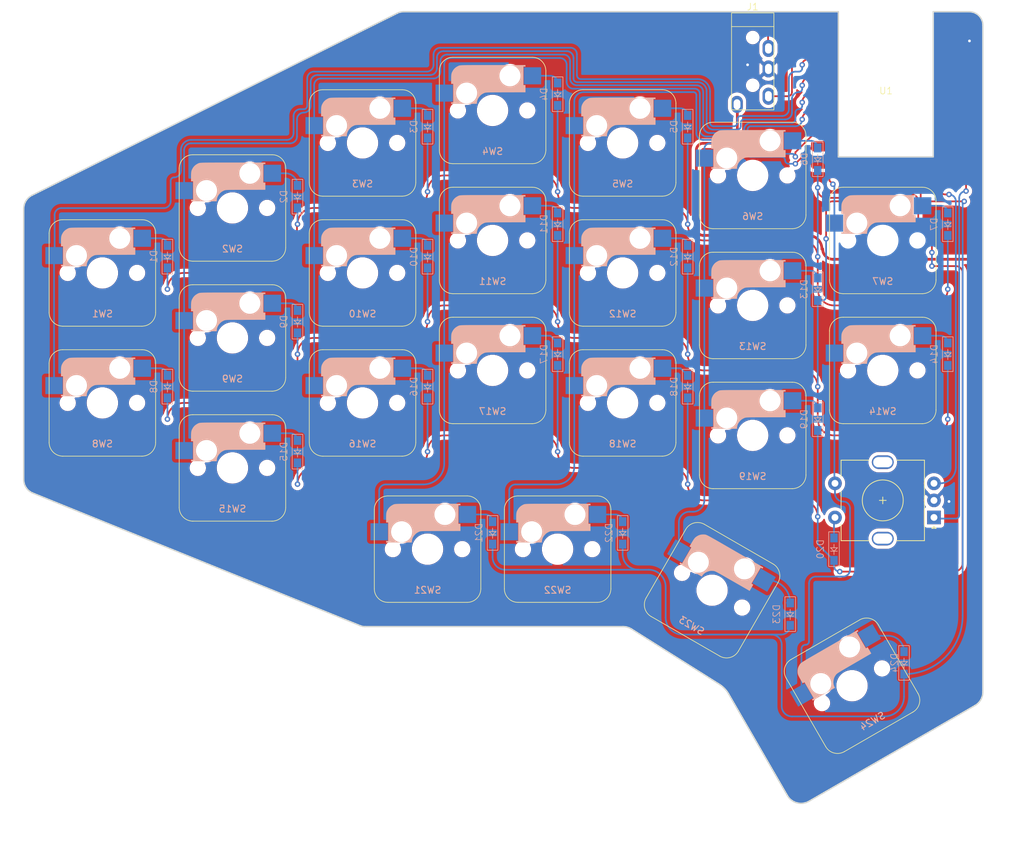
<source format=kicad_pcb>
(kicad_pcb (version 20221018) (generator pcbnew)
  (layers (0 "F.Cu" signal) (31 "B.Cu" signal) (34 "B.Paste" user) (35 "F.Paste" user) (36 "B.SilkS" user "B.Silkscreen") (37 "F.SilkS" user "F.Silkscreen") (38 "B.Mask" user) (39 "F.Mask" user) (44 "Edge.Cuts" user))
  (net 0 "")
  (net 1 "row0")
  (net 2 "Net-(D1-A)")
  (net 3 "row1")
  (net 4 "Net-(D2-A)")
  (net 5 "Net-(D3-A)")
  (net 6 "Net-(D4-A)")
  (net 7 "row2")
  (net 8 "Net-(D5-A)")
  (net 9 "Net-(D6-A)")
  (net 10 "Net-(D7-A)")
  (net 11 "Net-(D8-A)")
  (net 12 "Net-(D9-A)")
  (net 13 "Net-(D10-A)")
  (net 14 "Net-(D11-A)")
  (net 15 "Net-(D12-A)")
  (net 16 "Net-(D13-A)")
  (net 17 "Net-(D14-A)")
  (net 18 "row3")
  (net 19 "Net-(D15-A)")
  (net 20 "Net-(D16-A)")
  (net 21 "Net-(D17-A)")
  (net 22 "Net-(D18-A)")
  (net 23 "Net-(D19-A)")
  (net 24 "Net-(D20-A)")
  (net 25 "Net-(D21-A)")
  (net 26 "Net-(D22-A)")
  (net 27 "Net-(D23-A)")
  (net 28 "col0")
  (net 29 "col1")
  (net 30 "col2")
  (net 31 "col3")
  (net 32 "col4")
  (net 33 "col5")
  (net 34 "col6")
  (net 35 "enc_b")
  (net 36 "enc_a")
  (net 37 "GND")
  (net 38 "rx")
  (net 39 "tx")
  (net 46 "VCC")
  (net 47 "Net-(D24-A)")
  (footprint "kamo3:SW_CherryMX_Hotswap_1.00u" (layer "F.Cu") (at 111.855 79.81735)
    (fp_text reference "SW18")
    (fp_text value "SW_Push" hide)
  )
  (footprint "kamo3:RP2040-ZERO_SMD" (layer "F.Cu") (at 150.43125 34.5736)
    (fp_text reference "U1")
    (fp_text value "RP2040_ZERO")
  )
  (footprint "kamo3:SW_CherryMX_Hotswap_1.00u" (layer "F.Cu") (at 124.955 107.26735 -30)
    (fp_text reference "SW23")
    (fp_text value "SW_Push" hide)
  )
  (footprint "kamo3:SW_CherryMX_Hotswap_1.00u" (layer "F.Cu") (at 92.805 36.95485)
    (fp_text reference "SW4")
    (fp_text value "SW_Push" hide)
  )
  (footprint "kamo3:SW_CherryMX_Hotswap_1.00u" (layer "F.Cu") (at 130.905 65.52985)
    (fp_text reference "SW13")
    (fp_text value "SW_Push" hide)
  )
  (footprint "kamo3:SW_CherryMX_Hotswap_1.00u" (layer "F.Cu") (at 130.905 84.57985)
    (fp_text reference "SW19")
    (fp_text value "SW_Push" hide)
  )
  (footprint "kamo3:SW_CherryMX_Hotswap_1.00u" (layer "F.Cu") (at 92.805 56.00485)
    (fp_text reference "SW11")
    (fp_text value "SW_Push" hide)
  )
  (footprint "kamo3:SW_CherryMX_Hotswap_1.00u" (layer "F.Cu") (at 130.905 46.47985)
    (fp_text reference "SW6")
    (fp_text value "SW_Push" hide)
  )
  (footprint "kamo3:SW_CherryMX_Hotswap_1.00u" (layer "F.Cu") (at 83.28 101.2486)
    (fp_text reference "SW21")
    (fp_text value "SW_Push" hide)
  )
  (footprint "kamo3:SW_CherryMX_Hotswap_1.00u" (layer "F.Cu") (at 73.755 41.71735)
    (fp_text reference "SW3")
    (fp_text value "SW_Push" hide)
  )
  (footprint "kamo3:SW_CherryMX_Hotswap_1.00u" (layer "F.Cu") (at 35.655 60.76735)
    (fp_text reference "SW1")
    (fp_text value "SW_Push" hide)
  )
  (footprint "kamo3:SW_CherryMX_Hotswap_1.00u" (layer "F.Cu") (at 73.755 60.76735)
    (fp_text reference "SW10")
    (fp_text value "SW_Push" hide)
  )
  (footprint "kamo3:SW_CherryMX_Hotswap_1.00u" (layer "F.Cu") (at 92.805 75.05485)
    (fp_text reference "SW17")
    (fp_text value "SW_Push" hide)
  )
  (footprint "kamo3:SW_CherryMX_Hotswap_1.00u" (layer "F.Cu") (at 54.705 89.34235)
    (fp_text reference "SW15")
    (fp_text value "SW_Push" hide)
  )
  (footprint "kamo3:SW_CherryMX_Hotswap_1.00u" (layer "F.Cu") (at 35.655 79.81735)
    (fp_text reference "SW8")
    (fp_text value "SW_Push" hide)
  )
  (footprint "kamo3:SW_CherryMX_Hotswap_1.00u" (layer "F.Cu") (at 149.955 75.05485)
    (fp_text reference "SW14")
    (fp_text value "SW_Push" hide)
  )
  (footprint "kamo3:SW_CherryMX_Hotswap_1.00u" (layer "F.Cu") (at 111.855 60.76735)
    (fp_text reference "SW12")
    (fp_text value "SW_Push" hide)
  )
  (footprint "kamo3:SW_CherryMX_Hotswap_1.00u" (layer "F.Cu") (at 149.955 56.00485)
    (fp_text reference "SW7")
    (fp_text value "SW_Push" hide)
  )
  (footprint "kamo3:SW_CherryMX_Hotswap_1.00u" (layer "F.Cu") (at 111.855 41.71735)
    (fp_text reference "SW5")
    (fp_text value "SW_Push" hide)
  )
  (footprint "kamo3:SW_CherryMX_Hotswap_1.00u" (layer "F.Cu") (at 54.705 70.29235)
    (fp_text reference "SW9")
    (fp_text value "SW_Push" hide)
  )
  (footprint "kamo3:SW_CherryMX_Hotswap_1.00u" (layer "F.Cu") (at 73.755 79.81735)
    (fp_text reference "SW16")
    (fp_text value "SW_Push" hide)
  )
  (footprint "kamo3:SW_CherryMX_Hotswap_1.00u" (layer "F.Cu") (at 54.705 51.24235)
    (fp_text reference "SW2")
    (fp_text value "SW_Push" hide)
  )
  (footprint "kamo3:MJ-4PP-9" (layer "F.Cu") (at 130.905 29.76735)
    (fp_text reference "J1")
    (fp_text value "Conn_01x04")
  )
  (footprint "kamo3:SW_CherryMX_Hotswap_1.00u" (layer "F.Cu") (at 102.33 101.2486)
    (fp_text reference "SW22")
    (fp_text value "SW_Push" hide)
  )
  (footprint "kamo3:SW_CherryMX_Hotswap_1.50u" (layer "F.Cu") (at 145.455 121.26735 30)
    (fp_text reference "SW24")
    (fp_text value "SW_Push" hide)
  )
  (footprint "keebio:RotaryEncoder_EC11" (layer "F.Cu") (at 149.955 94.10485 180)
    (fp_text reference "SW20")
    (fp_text value "RotaryEncoder_Switch")
  )
  (footprint "kamo3:Diode_SOD123" (layer "B.Cu") (at 142.81125 101.2486 90)
    (fp_text reference "D20")
    (fp_text value "D" hide)
  )
  (footprint "kamo3:Diode_SOD123" (layer "B.Cu") (at 83.28 77.4361 90)
    (fp_text reference "D16")
    (fp_text value "D" hide)
  )
  (footprint "kamo3:Diode_SOD123" (layer "B.Cu") (at 159.48 72.6736 90)
    (fp_text reference "D14")
    (fp_text value "D" hide)
  )
  (footprint "kamo3:Diode_SOD123" (layer "B.Cu") (at 64.23 86.9611 90)
    (fp_text reference "D15")
    (fp_text value "D" hide)
  )
  (footprint "kamo3:Diode_SOD123" (layer "B.Cu") (at 83.28 39.3361 90)
    (fp_text reference "D3")
    (fp_text value "D" hide)
  )
  (footprint "kamo3:Diode_SOD123" (layer "B.Cu") (at 140.43 44.0986 90)
    (fp_text reference "D6")
    (fp_text value "D" hide)
  )
  (footprint "kamo3:Diode_SOD123" (layer "B.Cu") (at 83.28 58.3861 90)
    (fp_text reference "D10")
    (fp_text value "D" hide)
  )
  (footprint "kamo3:Diode_SOD123" (layer "B.Cu") (at 121.38 77.4361 90)
    (fp_text reference "D18")
    (fp_text value "D" hide)
  )
  (footprint "kamo3:Diode_SOD123" (layer "B.Cu") (at 92.805 98.86735 90)
    (fp_text reference "D21")
    (fp_text value "D" hide)
  )
  (footprint "kamo3:Diode_SOD123" (layer "B.Cu") (at 45.18 77.4361 90)
    (fp_text reference "D8")
    (fp_text value "D" hide)
  )
  (footprint "kamo3:Diode_SOD123" (layer "B.Cu") (at 64.23 49.59235 90)
    (fp_text reference "D2")
    (fp_text value "D" hide)
  )
  (footprint "kamo3:Diode_SOD123" (layer "B.Cu") (at 102.33 72.6736 90)
    (fp_text reference "D17")
    (fp_text value "D" hide)
  )
  (footprint "kamo3:Diode_SOD123" (layer "B.Cu") (at 102.33 34.5736 90)
    (fp_text reference "D4")
    (fp_text value "D" hide)
  )
  (footprint "kamo3:Diode_SOD123" (layer "B.Cu") (at 140.43 82.1986 90)
    (fp_text reference "D19")
    (fp_text value "D" hide)
  )
  (footprint "kamo3:Diode_SOD123" (layer "B.Cu") (at 111.855 98.86735 90)
    (fp_text reference "D22")
    (fp_text value "D" hide)
  )
  (footprint "kamo3:Diode_SOD123" (layer "B.Cu") (at 153.0675 117.91735 90)
    (fp_text reference "D24")
    (fp_text value "D" hide)
  )
  (footprint "kamo3:Diode_SOD123" (layer "B.Cu") (at 121.38 58.3861 90)
    (fp_text reference "D12")
    (fp_text value "D" hide)
  )
  (footprint "kamo3:Diode_SOD123" (layer "B.Cu") (at 45.18 58.3861 90)
    (fp_text reference "D1")
    (fp_text value "D" hide)
  )
  (footprint "kamo3:Diode_SOD123" (layer "B.Cu") (at 159.48 53.6236 90)
    (fp_text reference "D7")
    (fp_text value "D" hide)
  )
  (footprint "kamo3:Diode_SOD123" (layer "B.Cu") (at 102.33 53.6236 90)
    (fp_text reference "D11")
    (fp_text value "D" hide)
  )
  (footprint "kamo3:Diode_SOD123" (layer "B.Cu") (at 136.39875 110.7736 90)
    (fp_text reference "D23")
    (fp_text value "D" hide)
  )
  (footprint "kamo3:Diode_SOD123" (layer "B.Cu") (at 140.43 63.1486 90)
    (fp_text reference "D13")
    (fp_text value "D" hide)
  )
  (footprint "kamo3:Diode_SOD123" (layer "B.Cu") (at 121.38 39.3361 90)
    (fp_text reference "D5")
    (fp_text value "D" hide)
  )
  (footprint "kamo3:Diode_SOD123" (layer "B.Cu") (at 64.23 67.9111 90)
    (fp_text reference "D9")
    (fp_text value "D" hide)
  )
  (gr_arc (start 164.6202 122.157) (mid 164.310738 123.311752) (end 163.465296 124.157001) (stroke (width 0.2)) (layer "Edge.Cuts"))
  (gr_line (start 163.465 124.157) (end 139.139 138.196) (stroke (width 0.2)) (layer "Edge.Cuts"))
  (gr_arc (start 24.12999 51.3828) (mid 24.464341 50.206889) (end 25.367359 49.382804) (stroke (width 0.2)) (layer "Edge.Cuts"))
  (gr_arc (start 25.477431 93.036096) (mid 24.498276 92.241876) (end 24.12999 91.0361) (stroke (width 0.2)) (layer "Edge.Cuts"))
  (gr_line (start 25.3674 49.3828) (end 78.8584 22.7003) (stroke (width 0.2)) (layer "Edge.Cuts"))
  (gr_arc (start 162.62 22.49) (mid 164.034214 23.075786) (end 164.62 24.49) (stroke (width 0.2)) (layer "Edge.Cuts"))
  (gr_line (start 79.7511 22.49) (end 143.45 22.49) (stroke (width 0.2)) (layer "Edge.Cuts"))
  (gr_arc (start 74.1399 112.6) (mid 73.75722 112.563048) (end 73.388681 112.453556) (stroke (width 0.2)) (layer "Edge.Cuts"))
  (gr_line (start 126.043 121.063) (end 113.177 112.963) (stroke (width 0.2)) (layer "Edge.Cuts"))
  (gr_line (start 135.985 137.351) (end 127.375 122.447) (stroke (width 0.2)) (layer "Edge.Cuts"))
  (gr_line (start 73.3887 112.454) (end 25.4774 93.0361) (stroke (width 0.2)) (layer "Edge.Cuts"))
  (gr_line (start 143.45 43.76) (end 157.35 43.76) (stroke (width 0.2)) (layer "Edge.Cuts"))
  (gr_arc (start 139.139296 138.196001) (mid 137.387458 138.426548) (end 135.985476 137.351124) (stroke (width 0.2)) (layer "Edge.Cuts"))
  (gr_arc (start 78.858361 22.700303) (mid 79.292512 22.543286) (end 79.7511 22.49) (stroke (width 0.2)) (layer "Edge.Cuts"))
  (gr_arc (start 126.043087 121.063497) (mid 126.793339 121.674094) (end 127.37499 122.447003) (stroke (width 0.2)) (layer "Edge.Cuts"))
  (gr_line (start 164.62 24.49) (end 164.62 122.157) (stroke (width 0.2)) (layer "Edge.Cuts"))
  (gr_arc (start 111.918 112.59967) (mid 112.573237 112.692319) (end 113.177101 112.963001) (stroke (width 0.2)) (layer "Edge.Cuts"))
  (gr_line (start 111.918 112.6) (end 74.1399 112.6) (stroke (width 0.2)) (layer "Edge.Cuts"))
  (gr_line (start 157.35 43.76) (end 157.35 22.49) (stroke (width 0.2)) (layer "Edge.Cuts"))
  (gr_line (start 24.13 51.3828) (end 24.13 91.0361) (stroke (width 0.2)) (layer "Edge.Cuts"))
  (gr_line (start 157.35 22.49) (end 162.62 22.49) (stroke (width 0.2)) (layer "Edge.Cuts"))
  (gr_line (start 143.45 22.49) (end 143.45 43.76) (stroke (width 0.2)) (layer "Edge.Cuts"))
  (segment locked (start 157.09875 65.52985) (end 142.81125 65.52985) (width 0.25) (layer "F.Cu") (net 1))
  (segment (start 64.155 58.76735) (end 64.155 53.6986) (width 0.25) (layer "F.Cu") (net 1))
  (segment (start 47.56125 60.76735) (end 62.155 60.76735) (width 0.25) (layer "F.Cu") (net 1))
  (segment locked (start 144.155 49.76735) (end 141.655 49.76735) (width 0.25) (layer "F.Cu") (net 1))
  (segment locked (start 145.35125 44.7336) (end 145.35125 48.5711) (width 0.25) (layer "F.Cu") (net 1))
  (segment locked (start 140.43 63.1486) (end 140.43 58.3861) (width 0.25) (layer "F.Cu") (net 1))
  (segment locked (start 66.61125 51.24235) (end 80.89875 51.24235) (width 0.25) (layer "F.Cu") (net 1))
  (segment locked (start 138.04875 56.00485) (end 123.76125 56.00485) (width 0.25) (layer "F.Cu") (net 1))
  (segment locked (start 118.99875 51.24235) (end 104.71125 51.24235) (width 0.25) (layer "F.Cu") (net 1))
  (segment locked (start 99.94875 46.47985) (end 85.66125 46.47985) (width 0.25) (layer "F.Cu") (net 1))
  (segment locked (start 140.43 48.54235) (end 140.43 48.26735) (width 0.25) (layer "F.Cu") (net 1))
  (via locked (at 45.18 63.1486) (size 0.8) (drill 0.4) (layers "F.Cu" "B.Cu") (net 1))
  (via locked (at 121.38 53.6236) (size 0.8) (drill 0.4) (layers "F.Cu" "B.Cu") (net 1))
  (via locked (at 102.33 48.8611) (size 0.8) (drill 0.4) (layers "F.Cu" "B.Cu") (net 1))
  (via locked (at 83.28 48.8611) (size 0.8) (drill 0.4) (layers "F.Cu" "B.Cu") (net 1))
  (via locked (at 159.48 63.1486) (size 0.8) (drill 0.4) (layers "F.Cu" "B.Cu") (net 1))
  (via locked (at 140.43 48.26735) (size 0.8) (drill 0.4) (layers "F.Cu" "B.Cu") (net 1))
  (via locked (at 140.43 58.3861) (size 0.8) (drill 0.4) (layers "F.Cu" "B.Cu") (net 1))
  (via locked (at 64.23 53.6236) (size 0.8) (drill 0.4) (layers "F.Cu" "B.Cu") (net 1))
  (arc (start 62.155 60.76735) (mid 63.569214 60.181564) (end 64.155 58.76735) (width 0.25) (layer "F.Cu") (net 1))
  (arc locked (start 140.43 63.1486) (mid 141.127452 64.832398) (end 142.81125 65.52985) (width 0.25) (layer "F.Cu") (net 1))
  (arc locked (start 141.655 49.76735) (mid 140.788794 49.408556) (end 140.43 48.54235) (width 0.25) (layer "F.Cu") (net 1))
  (arc (start 45.18 63.1486) (mid 45.877452 61.464802) (end 47.56125 60.76735) (width 0.25) (layer "F.Cu") (net 1))
  (arc (start 64.155 53.6986) (mid 64.176967 53.645567) (end 64.23 53.6236) (width 0.25) (layer "F.Cu") (net 1))
  (arc locked (start 80.89875 51.24235) (mid 82.582548 50.544898) (end 83.28 48.8611) (width 0.25) (layer "F.Cu") (net 1))
  (arc locked (start 159.48 63.1486) (mid 158.782548 64.832398) (end 157.09875 65.52985) (width 0.25) (layer "F.Cu") (net 1))
  (arc locked (start 121.38 53.6236) (mid 120.682548 51.939802) (end 118.99875 51.24235) (width 0.25) (layer "F.Cu") (net 1))
  (arc locked (start 123.76125 56.00485) (mid 122.077452 55.307398) (end 121.38 53.6236) (width 0.25) (layer "F.Cu") (net 1))
  (arc locked (start 64.23 53.6236) (mid 64.927452 51.939802) (end 66.61125 51.24235) (width 0.25) (layer "F.Cu") (net 1))
  (arc locked (start 145.35125 48.5711) (mid 145.000876 49.416976) (end 144.155 49.76735) (width 0.25) (layer "F.Cu") (net 1))
  (arc locked (start 102.33 48.8611) (mid 101.632548 47.177302) (end 99.94875 46.47985) (width 0.25) (layer "F.Cu") (net 1))
  (arc locked (start 104.71125 51.24235) (mid 103.027452 50.544898) (end 102.33 48.8611) (width 0.25) (layer "F.Cu") (net 1))
  (arc locked (start 140.43 58.3861) (mid 139.732548 56.702302) (end 138.04875 56.00485) (width 0.25) (layer "F.Cu") (net 1))
  (arc locked (start 83.28 48.8611) (mid 83.977452 47.177302) (end 85.66125 46.47985) (width 0.25) (layer "F.Cu") (net 1))
  (segment locked (start 121.38 40.9861) (end 121.38 53.6236) (width 0.25) (layer "B.Cu") (net 1))
  (segment locked (start 45.18 60.0361) (end 45.18 63.1486) (width 0.25) (layer "B.Cu") (net 1))
  (segment locked (start 159.48 55.2736) (end 159.48 63.1486) (width 0.25) (layer "B.Cu") (net 1))
  (segment locked (start 64.23 51.24235) (end 64.23 53.6236) (width 0.25) (layer "B.Cu") (net 1))
  (segment locked (start 102.33 36.2236) (end 102.33 48.8611) (width 0.25) (layer "B.Cu") (net 1))
  (segment locked (start 140.43 48.26735) (end 140.43 58.3861) (width 0.25) (layer "B.Cu") (net 1))
  (segment locked (start 140.43 45.7486) (end 140.43 48.26735) (width 0.25) (layer "B.Cu") (net 1))
  (segment locked (start 83.28 40.9861) (end 83.28 48.8611) (width 0.25) (layer "B.Cu") (net 1))
  (segment locked (start 41.497 55.68735) (end 44.13125 55.68735) (width 0.25) (layer "B.Cu") (net 2))
  (arc locked (start 44.13125 55.68735) (mid 44.872828 55.994522) (end 45.18 56.7361) (width 0.25) (layer "B.Cu") (net 2))
  (segment locked (start 147.155 50.26735) (end 142.655 50.26735) (width 0.25) (layer "F.Cu") (net 3))
  (segment locked (start 123.76125 75.05485) (end 138.04875 75.05485) (width 0.25) (layer "F.Cu") (net 3))
  (segment locked (start 85.66125 65.52985) (end 99.94875 65.52985) (width 0.25) (layer "F.Cu") (net 3))
  (segment locked (start 142.81125 84.57985) (end 157.09875 84.57985) (width 0.25) (layer "F.Cu") (net 3))
  (segment locked (start 104.71125 70.29235) (end 118.99875 70.29235) (width 0.25) (layer "F.Cu") (net 3))
  (segment locked (start 47.56125 79.81735) (end 61.84875 79.81735) (width 0.25) (layer "F.Cu") (net 3))
  (segment locked (start 147.89125 44.7336) (end 147.89125 49.5311) (width 0.25) (layer "F.Cu") (net 3))
  (segment locked (start 141.655 51.26735) (end 141.655 55.76735) (width 0.25) (layer "F.Cu") (net 3))
  (segment locked (start 140.43 77.4361) (end 140.43 82.1986) (width 0.25) (layer "F.Cu") (net 3))
  (segment locked (start 66.61125 70.29235) (end 80.89875 70.29235) (width 0.25) (layer "F.Cu") (net 3))
  (segment locked (start 64.23 77.4361) (end 64.23 72.6736) (width 0.25) (layer "F.Cu") (net 3))
  (via locked (at 141.655 55.76735) (size 0.8) (drill 0.4) (layers "F.Cu" "B.Cu") (net 3))
  (via locked (at 64.23 72.6736) (size 0.8) (drill 0.4) (layers "F.Cu" "B.Cu") (net 3))
  (via locked (at 83.28 67.9111) (size 0.8) (drill 0.4) (layers "F.Cu" "B.Cu") (net 3))
  (via locked (at 121.38 72.6736) (size 0.8) (drill 0.4) (layers "F.Cu" "B.Cu") (net 3))
  (via locked (at 140.43 77.4361) (size 0.8) (drill 0.4) (layers "F.Cu" "B.Cu") (net 3))
  (via locked (at 159.48 82.1986) (size 0.8) (drill 0.4) (layers "F.Cu" "B.Cu") (net 3))
  (via locked (at 102.33 67.9111) (size 0.8) (drill 0.4) (layers "F.Cu" "B.Cu") (net 3))
  (via locked (at 45.18 82.1986) (size 0.8) (drill 0.4) (layers "F.Cu" "B.Cu") (net 3))
  (arc locked (start 102.33 67.9111) (mid 101.632548 66.227302) (end 99.94875 65.52985) (width 0.25) (layer "F.Cu") (net 3))
  (arc locked (start 66.61125 70.29235) (mid 64.927452 70.989802) (end 64.23 72.6736) (width 0.25) (layer "F.Cu") (net 3))
  (arc locked (start 140.43 77.4361) (mid 139.732548 75.752302) (end 138.04875 75.05485) (width 0.25) (layer "F.Cu") (net 3))
  (arc locked (start 64.23 77.4361) (mid 63.532548 79.119898) (end 61.84875 79.81735) (width 0.25) (layer "F.Cu") (net 3))
  (arc locked (start 147.89125 49.5311) (mid 147.675607 50.051707) (end 147.155 50.26735) (width 0.25) (layer "F.Cu") (net 3))
  (arc locked (start 142.655 50.26735) (mid 141.947893 50.560243) (end 141.655 51.26735) (width 0.25) (layer "F.Cu") (net 3))
  (arc locked (start 83.28 67.9111) (mid 82.582548 69.594898) (end 80.89875 70.29235) (width 0.25) (layer "F.Cu") (net 3))
  (arc locked (start 123.76125 75.05485) (mid 122.077452 74.357398) (end 121.38 72.6736) (width 0.25) (layer "F.Cu") (net 3))
  (arc locked (start 142.81125 84.57985) (mid 141.127452 83.882398) (end 140.43 82.1986) (width 0.25) (layer "F.Cu") (net 3))
  (arc locked (start 85.66125 65.52985) (mid 83.977452 66.227302) (end 83.28 67.9111) (width 0.25) (layer "F.Cu") (net 3))
  (arc locked (start 104.71125 70.29235) (mid 103.027452 69.594898) (end 102.33 67.9111) (width 0.25) (layer "F.Cu") (net 3))
  (arc locked (start 47.56125 79.81735) (mid 45.877452 80.514802) (end 45.18 82.1986) (width 0.25) (layer "F.Cu") (net 3))
  (arc locked (start 159.48 82.1986) (mid 158.782548 83.882398) (end 157.09875 84.57985) (width 0.25) (layer "F.Cu") (net 3))
  (arc locked (start 121.38 72.6736) (mid 120.682548 70.989802) (end 118.99875 70.29235) (width 0.25) (layer "F.Cu") (net 3))
  (segment locked (start 141.12375 64.7986) (end 140.43 64.7986) (width 0.25) (layer "B.Cu") (net 3))
  (segment locked (start 64.23 69.5611) (end 64.23 72.6736) (width 0.25) (layer "B.Cu") (net 3))
  (segment locked (start 140.43 64.7986) (end 140.43 77.4361) (width 0.25) (layer "B.Cu") (net 3))
  (segment locked (start 45.18 79.0861) (end 45.18 82.1986) (width 0.25) (layer "B.Cu") (net 3))
  (segment locked (start 121.38 60.0361) (end 121.38 72.6736) (width 0.25) (layer "B.Cu") (net 3))
  (segment locked (start 83.28 60.0361) (end 83.28 67.9111) (width 0.25) (layer "B.Cu") (net 3))
  (segment locked (start 159.48 74.3236) (end 159.48 82.1986) (width 0.25) (layer "B.Cu") (net 3))
  (segment locked (start 141.655 55.76735) (end 141.655 64.26735) (width 0.25) (layer "B.Cu") (net 3))
  (segment locked (start 102.33 55.2736) (end 102.33 67.9111) (width 0.25) (layer "B.Cu") (net 3))
  (arc locked (start 141.655 64.26735) (mid 141.4994 64.643) (end 141.12375 64.7986) (width 0.25) (layer "B.Cu") (net 3))
  (segment locked (start 60.547 46.16235) (end 62.45 46.16235) (width 0.25) (layer "B.Cu") (net 4))
  (arc locked (start 62.45 46.16235) (mid 63.70865 46.6837) (end 64.23 47.94235) (width 0.25) (layer "B.Cu") (net 4))
  (segment locked (start 79.597 36.63735) (end 82.23125 36.63735) (width 0.25) (layer "B.Cu") (net 5))
  (arc locked (start 82.23125 36.63735) (mid 82.972828 36.944522) (end 83.28 37.6861) (width 0.25) (layer "B.Cu") (net 5))
  (segment locked (start 98.647 31.87485) (end 101.28125 31.87485) (width 0.25) (layer "B.Cu") (net 6))
  (arc locked (start 101.28125 31.87485) (mid 102.022828 32.182022) (end 102.33 32.9236) (width 0.25) (layer "B.Cu") (net 6))
  (segment locked (start 66.61125 89.34235) (end 80.89875 89.34235) (width 0.25) (layer "F.Cu") (net 7))
  (segment locked (start 143.655 104.54285) (end 160.3795 104.54285) (width 0.25) (layer "F.Cu") (net 7))
  (segment locked (start 118.99875 89.34235) (end 104.71125 89.34235) (width 0.25) (layer "F.Cu") (net 7))
  (segment locked (start 157.155 55.26735) (end 157.155 57.76735) (width 0.25) (layer "F.Cu") (net 7))
  (segment locked (start 155.155 50.26735) (end 155.155 53.26735) (width 0.25) (layer "F.Cu") (net 7))
  (segment locked (start 160.655 59.76735) (end 157.155 59.76735) (width 0.25) (layer "F.Cu") (net 7))
  (segment locked (start 123.76125 94.10485) (end 138.04875 94.10485) (width 0.25) (layer "F.Cu") (net 7))
  (segment locked (start 152.97125 44.7336) (end 152.97125 48.0836) (width 0.25) (layer "F.Cu") (net 7))
  (segment locked (start 161.655 103.26735) (end 161.655 60.76735) (width 0.25) (layer "F.Cu") (net 7))
  (segment locked (start 85.66125 84.57985) (end 99.94875 84.57985) (width 0.25) (layer "F.Cu") (net 7))
  (via locked (at 143.655 104.54285) (size 0.8) (drill 0.4) (layers "F.Cu" "B.Cu") (net 7))
  (via locked (at 157.155 57.76735) (size 0.8) (drill 0.4) (layers "F.Cu" "B.Cu") (net 7))
  (via locked (at 102.33 86.9611) (size 0.8) (drill 0.4) (layers "F.Cu" "B.Cu") (net 7))
  (via locked (at 64.23 91.7236) (size 0.8) (drill 0.4) (layers "F.Cu" "B.Cu") (net 7))
  (via locked (at 157.155 59.76735) (size 0.8) (drill 0.4) (layers "F.Cu" "B.Cu") (net 7))
  (via locked (at 83.28 86.9611) (size 0.8) (drill 0.4) (layers "F.Cu" "B.Cu") (net 7))
  (via locked (at 121.38 91.7236) (size 0.8) (drill 0.4) (layers "F.Cu" "B.Cu") (net 7))
  (via locked (at 140.43 96.4861) (size 0.8) (drill 0.4) (layers "F.Cu" "B.Cu") (net 7))
  (arc locked (start 104.71125 89.34235) (mid 103.027452 88.644898) (end 102.33 86.9611) (width 0.25) (layer "F.Cu") (net 7))
  (arc locked (start 123.76125 94.10485) (mid 122.077452 93.407398) (end 121.38 91.7236) (width 0.25) (layer "F.Cu") (net 7))
  (arc locked (start 152.97125 48.0836) (mid 153.317962 48.920638) (end 154.155 49.26735) (width 0.25) (layer "F.Cu") (net 7))
  (arc locked (start 140.43 96.4861) (mid 139.732548 94.802302) (end 138.04875 94.10485) (width 0.25) (layer "F.Cu") (net 7))
  (arc locked (start 83.28 86.9611) (mid 82.582548 88.644898) (end 80.89875 89.34235) (width 0.25) (layer "F.Cu") (net 7))
  (arc locked (start 161.655 60.76735) (mid 161.362107 60.060243) (end 160.655 59.76735) (width 0.25) (layer "F.Cu") (net 7))
  (arc locked (start 154.155 49.26735) (mid 154.862107 49.560243) (end 155.155 50.26735) (width 0.25) (layer "F.Cu") (net 7))
  (arc locked (start 160.3795 104.54285) (mid 161.281415 104.169265) (end 161.655 103.26735) (width 0.25) (layer "F.Cu") (net 7))
  (arc locked (start 85.66125 84.57985) (mid 83.977452 85.277302) (end 83.28 86.9611) (width 0.25) (layer "F.Cu") (net 7))
  (arc locked (start 156.155 54.26735) (mid 156.862107 54.560243) (end 157.155 55.26735) (width 0.25) (layer "F.Cu") (net 7))
  (arc locked (start 102.33 86.9611) (mid 101.632548 85.277302) (end 99.94875 84.57985) (width 0.25) (layer "F.Cu") (net 7))
  (arc locked (start 121.38 91.7236) (mid 120.682548 90.039802) (end 118.99875 89.34235) (width 0.25) (layer "F.Cu") (net 7))
  (arc locked (start 66.61125 89.34235) (mid 64.927452 90.039802) (end 64.23 91.7236) (width 0.25) (layer "F.Cu") (net 7))
  (arc locked (start 155.155 53.26735) (mid 155.447893 53.974457) (end 156.155 54.26735) (width 0.25) (layer "F.Cu") (net 7))
  (segment locked (start 140.43 96.4861) (end 140.43 100.51735) (width 0.25) (layer "B.Cu") (net 7))
  (segment locked (start 83.28 79.0861) (end 83.28 86.9611) (width 0.25) (layer "B.Cu") (net 7))
  (segment locked (start 64.23 88.6111) (end 64.23 91.7236) (width 0.25) (layer "B.Cu") (net 7))
  (segment locked (start 121.38 79.0861) (end 121.38 91.7236) (width 0.25) (layer "B.Cu") (net 7))
  (segment locked (start 140.43 100.51735) (end 142.81125 102.8986) (width 0.25) (layer "B.Cu") (net 7))
  (segment locked (start 102.33 74.3236) (end 102.33 86.9611) (width 0.25) (layer "B.Cu") (net 7))
  (segment locked (start 157.155 57.76735) (end 157.155 59.76735) (width 0.25) (layer "B.Cu") (net 7))
  (segment locked (start 142.81125 102.8986) (end 142.81125 103.6991) (width 0.25) (layer "B.Cu") (net 7))
  (segment locked (start 140.43 83.8486) (end 140.43 96.4861) (width 0.25) (layer "B.Cu") (net 7))
  (arc locked (start 142.81125 103.6991) (mid 143.058379 104.295721) (end 143.655 104.54285) (width 0.25) (layer "B.Cu") (net 7))
  (segment locked (start 117.697 36.63735) (end 120.33125 36.63735) (width 0.25) (layer "B.Cu") (net 8))
  (arc locked (start 120.33125 36.63735) (mid 121.072828 36.944522) (end 121.38 37.6861) (width 0.25) (layer "B.Cu") (net 8))
  (segment locked (start 136.747 41.39985) (end 139.38125 41.39985) (width 0.25) (layer "B.Cu") (net 9))
  (arc locked (start 139.38125 41.39985) (mid 140.122828 41.707022) (end 140.43 42.4486) (width 0.25) (layer "B.Cu") (net 9))
  (segment locked (start 155.797 50.92485) (end 158.43125 50.92485) (width 0.25) (layer "B.Cu") (net 10))
  (arc locked (start 158.43125 50.92485) (mid 159.172828 51.232022) (end 159.48 51.9736) (width 0.25) (layer "B.Cu") (net 10))
  (segment locked (start 41.497 74.73735) (end 44.13125 74.73735) (width 0.25) (layer "B.Cu") (net 11))
  (arc locked (start 44.13125 74.73735) (mid 44.872828 75.044522) (end 45.18 75.7861) (width 0.25) (layer "B.Cu") (net 11))
  (segment locked (start 60.547 65.21235) (end 63.18125 65.21235) (width 0.25) (layer "B.Cu") (net 12))
  (arc locked (start 63.18125 65.21235) (mid 63.922828 65.519522) (end 64.23 66.2611) (width 0.25) (layer "B.Cu") (net 12))
  (segment locked (start 79.597 55.68735) (end 82.23125 55.68735) (width 0.25) (layer "B.Cu") (net 13))
  (arc locked (start 82.23125 55.68735) (mid 82.972828 55.994522) (end 83.28 56.7361) (width 0.25) (layer "B.Cu") (net 13))
  (segment locked (start 98.647 50.92485) (end 101.28125 50.92485) (width 0.25) (layer "B.Cu") (net 14))
  (arc locked (start 101.28125 50.92485) (mid 102.022828 51.232022) (end 102.33 51.9736) (width 0.25) (layer "B.Cu") (net 14))
  (segment locked (start 117.697 55.68735) (end 120.33125 55.68735) (width 0.25) (layer "B.Cu") (net 15))
  (arc locked (start 120.33125 55.68735) (mid 121.072828 55.994522) (end 121.38 56.7361) (width 0.25) (layer "B.Cu") (net 15))
  (segment locked (start 136.747 60.44985) (end 139.38125 60.44985) (width 0.25) (layer "B.Cu") (net 16))
  (arc locked (start 139.38125 60.44985) (mid 140.122828 60.757022) (end 140.43 61.4986) (width 0.25) (layer "B.Cu") (net 16))
  (segment locked (start 155.797 69.97485) (end 158.43125 69.97485) (width 0.25) (layer "B.Cu") (net 17))
  (arc locked (start 158.43125 69.97485) (mid 159.172828 70.282022) (end 159.48 71.0236) (width 0.25) (layer "B.Cu") (net 17))
  (segment locked (start 161.8795 50.279649) (end 156.167299 50.279649) (width 0.25) (layer "F.Cu") (net 18))
  (segment locked (start 155.51125 49.6236) (end 155.51125 44.7336) (width 0.25) (layer "F.Cu") (net 18))
  (via locked (at 161.8795 50.279649) (size 0.8) (drill 0.4) (layers "F.Cu" "B.Cu") (net 18))
  (arc locked (start 156.167299 50.279649) (mid 156.158602 50.276047) (end 156.155 50.26735) (width 0.25) (layer "F.Cu") (net 18))
  (arc locked (start 156.155 50.26735) (mid 155.6998 50.0788) (end 155.51125 49.6236) (width 0.25) (layer "F.Cu") (net 18))
  (segment locked (start 161.655 110.97985) (end 161.655 91.76735) (width 0.25) (layer "B.Cu") (net 18))
  (segment locked (start 92.805 100.51735) (end 92.805 102.41735) (width 0.25) (layer "B.Cu") (net 18))
  (segment locked (start 133.655 113.76735) (end 135.055 113.76735) (width 0.25) (layer "B.Cu") (net 18))
  (segment locked (start 150.155 125.76735) (end 136.655 125.76735) (width 0.25) (layer "B.Cu") (net 18))
  (segment locked (start 114.155 104.26735) (end 115.655 104.26735) (width 0.25) (layer "B.Cu") (net 18))
  (segment locked (start 135.155 124.26735) (end 135.155 115.26735) (width 0.25) (layer "B.Cu") (net 18))
  (segment locked (start 120.655 113.76735) (end 133.655 113.76735) (width 0.25) (layer "B.Cu") (net 18))
  (segment locked (start 94.655 104.26735) (end 114.155 104.26735) (width 0.25) (layer "B.Cu") (net 18))
  (segment locked (start 161.655 91.76735) (end 161.655 50.504149) (width 0.25) (layer "B.Cu") (net 18))
  (segment locked (start 118.155 106.76735) (end 118.155 111.26735) (width 0.25) (layer "B.Cu") (net 18))
  (segment locked (start 153.0675 119.56735) (end 153.0675 122.85485) (width 0.25) (layer "B.Cu") (net 18))
  (segment locked (start 111.855 100.51735) (end 111.855 101.96735) (width 0.25) (layer "B.Cu") (net 18))
  (arc locked (start 111.855 101.96735) (mid 112.528654 103.593696) (end 114.155 104.26735) (width 0.25) (layer "B.Cu") (net 18))
  (arc locked (start 92.805 102.41735) (mid 93.346852 103.725498) (end 94.655 104.26735) (width 0.25) (layer "B.Cu") (net 18))
  (arc locked (start 153.0675 119.56735) (mid 159.139779 117.052129) (end 161.655 110.97985) (width 0.25) (layer "B.Cu") (net 18))
  (arc locked (start 115.655 104.26735) (mid 117.422767 104.999583) (end 118.155 106.76735) (width 0.25) (layer "B.Cu") (net 18))
  (arc locked (start 118.155 111.26735) (mid 118.887233 113.035117) (end 120.655 113.76735) (width 0.25) (layer "B.Cu") (net 18))
  (arc locked (start 136.655 125.76735) (mid 135.59434 125.32801) (end 135.155 124.26735) (width 0.25) (layer "B.Cu") (net 18))
  (arc locked (start 161.655 50.504149) (mid 161.720755 50.345404) (end 161.8795 50.279649) (width 0.25) (layer "B.Cu") (net 18))
  (arc locked (start 135.155 115.26735) (mid 134.71566 114.20669) (end 133.655 113.76735) (width 0.25) (layer "B.Cu") (net 18))
  (arc locked (start 153.0675 122.85485) (mid 152.214449 124.914299) (end 150.155 125.76735) (width 0.25) (layer "B.Cu") (net 18))
  (arc locked (start 135.055 113.76735) (mid 136.005175 113.373775) (end 136.39875 112.4236) (width 0.25) (layer "B.Cu") (net 18))
  (segment locked (start 60.547 84.26235) (end 63.18125 84.26235) (width 0.25) (layer "B.Cu") (net 19))
  (arc locked (start 63.18125 84.26235) (mid 63.922828 84.569522) (end 64.23 85.3111) (width 0.25) (layer "B.Cu") (net 19))
  (segment locked (start 79.597 74.73735) (end 82.23125 74.73735) (width 0.25) (layer "B.Cu") (net 20))
  (arc locked (start 82.23125 74.73735) (mid 82.972828 75.044522) (end 83.28 75.7861) (width 0.25) (layer "B.Cu") (net 20))
  (segment locked (start 101.28125 69.97485) (end 102.33 71.0236) (width 0.25) (layer "B.Cu") (net 21))
  (segment locked (start 98.647 69.97485) (end 101.28125 69.97485) (width 0.25) (layer "B.Cu") (net 21))
  (segment locked (start 120.33125 74.73735) (end 121.38 75.7861) (width 0.25) (layer "B.Cu") (net 22))
  (segment locked (start 117.697 74.73735) (end 120.33125 74.73735) (width 0.25) (layer "B.Cu") (net 22))
  (segment locked (start 136.747 79.49985) (end 139.38125 79.49985) (width 0.25) (layer "B.Cu") (net 23))
  (arc locked (start 139.38125 79.49985) (mid 140.122828 79.807022) (end 140.43 80.5486) (width 0.25) (layer "B.Cu") (net 23))
  (segment locked (start 142.81125 99.5986) (end 142.81125 96.7486) (width 0.25) (layer "B.Cu") (net 24))
  (segment locked (start 142.81125 96.7486) (end 142.955 96.60485) (width 0.25) (layer "B.Cu") (net 24))
  (segment locked (start 89.122 96.1686) (end 91.75625 96.1686) (width 0.25) (layer "B.Cu") (net 25))
  (arc locked (start 91.75625 96.1686) (mid 92.497828 96.475772) (end 92.805 97.21735) (width 0.25) (layer "B.Cu") (net 25))
  (segment locked (start 108.172 96.1686) (end 110.80625 96.1686) (width 0.25) (layer "B.Cu") (net 26))
  (arc locked (start 110.80625 96.1686) (mid 111.547828 96.475772) (end 111.855 97.21735) (width 0.25) (layer "B.Cu") (net 26))
  (segment locked (start 135.888979 109.1236) (end 136.39875 109.1236) (width 0.25) (layer "B.Cu") (net 27))
  (segment locked (start 132.55432 105.788941) (end 133.064091 105.788941) (width 0.25) (layer "B.Cu") (net 27))
  (arc locked (start 133.064091 105.788941) (mid 135.422051 106.76564) (end 136.39875 109.1236) (width 0.25) (layer "B.Cu") (net 27))
  (segment locked (start 142.81125 29.4936) (end 138.92875 29.4936) (width 0.25) (layer "F.Cu") (net 28))
  (segment locked (start 142.5375 29.76735) (end 142.81125 29.4936) (width 0.25) (layer "F.Cu") (net 28))
  (segment locked (start 142.81125 29.4936) (end 139.792354 29.4936) (width 0.25) (layer "F.Cu") (net 28))
  (via locked (at 138.155 30.26735) (size 0.8) (drill 0.4) (layers "F.Cu" "B.Cu") (net 28))
  (arc locked (start 138.92875 29.4936) (mid 138.381626 29.720226) (end 138.155 30.26735) (width 0.25) (layer "F.Cu") (net 28))
  (segment locked (start 137.655 31.26735) (end 137.155 31.26735) (width 0.25) (layer "B.Cu") (net 28))
  (segment locked (start 84.155 28.76735) (end 84.155 30.26735) (width 0.25) (layer "B.Cu") (net 28))
  (segment locked (start 105.155 31.76735) (end 105.155 28.712342) (width 0.25) (layer "B.Cu") (net 28))
  (segment locked (start 65.155 36.76735) (end 64.655 36.76735) (width 0.25) (layer "B.Cu") (net 28))
  (segment locked (start 124.655 38.76735) (end 124.655 34.173766) (width 0.25) (layer "B.Cu") (net 28))
  (segment locked (start 47.155 42.76735) (end 47.155 45.76735) (width 0.25) (layer "B.Cu") (net 28))
  (segment locked (start 83.155 31.26735) (end 66.655 31.26735) (width 0.25) (layer "B.Cu") (net 28))
  (segment locked (start 30.655 51.26735) (end 29.655 51.26735) (width 0.25) (layer "B.Cu") (net 28))
  (segment locked (start 135.205 37.76735) (end 129.155 37.76735) (width 0.25) (layer "B.Cu") (net 28))
  (segment locked (start 128.155 39.26735) (end 125.155 39.26735) (width 0.25) (layer "B.Cu") (net 28))
  (segment locked (start 136.205 32.21735) (end 136.205 36.76735) (width 0.25) (layer "B.Cu") (net 28))
  (segment locked (start 62.655 41.26735) (end 48.655 41.26735) (width 0.25) (layer "B.Cu") (net 28))
  (segment locked (start 122.848584 32.36735) (end 105.755 32.36735) (width 0.25) (layer "B.Cu") (net 28))
  (segment locked (start 65.655 32.26735) (end 65.655 36.26735) (width 0.25) (layer "B.Cu") (net 28))
  (segment locked (start 63.655 37.76735) (end 63.655 40.26735) (width 0.25) (layer "B.Cu") (net 28))
  (segment locked (start 44.655 51.26735) (end 30.655 51.26735) (width 0.25) (layer "B.Cu") (net 28))
  (segment locked (start 128.655 38.26735) (end 128.655 38.76735) (width 0.25) (layer "B.Cu") (net 28))
  (segment locked (start 28.57 58.22735) (end 28.57 77.27735) (width 0.25) (layer "B.Cu") (net 28))
  (segment locked (start 138.155 30.26735) (end 138.155 30.76735) (width 0.25) (layer "B.Cu") (net 28))
  (segment locked (start 45.655 47.26735) (end 45.655 50.26735) (width 0.25) (layer "B.Cu") (net 28))
  (segment locked (start 28.655 52.26735) (end 28.655 58.14235) (width 0.25) (layer "B.Cu") (net 28))
  (segment locked (start 104.210008 27.76735) (end 85.155 27.76735) (width 0.25) (layer "B.Cu") (net 28))
  (arc locked (start 128.655 38.76735) (mid 128.508553 39.120903) (end 128.155 39.26735) (width 0.25) (layer "B.Cu") (net 28))
  (arc locked (start 28.655 58.14235) (mid 28.630104 58.202454) (end 28.57 58.22735) (width 0.25) (layer "B.Cu") (net 28))
  (arc locked (start 137.155 31.26735) (mid 136.483249 31.545599) (end 136.205 32.21735) (width 0.25) (layer "B.Cu") (net 28))
  (arc locked (start 29.655 51.26735) (mid 28.947893 51.560243) (end 28.655 52.26735) (width 0.25) (layer "B.Cu") (net 28))
  (arc locked (start 66.655 31.26735) (mid 65.947893 31.560243) (end 65.655 32.26735) (width 0.25) (layer "B.Cu") (net 28))
  (arc locked (start 64.655 36.76735) (mid 63.947893 37.060243) (end 63.655 37.76735) (width 0.25) (layer "B.Cu") (net 28))
  (arc locked (start 129.155 37.76735) (mid 128.801447 37.913797) (end 128.655 38.26735) (width 0.25) (layer "B.Cu") (net 28))
  (arc locked (start 63.655 40.26735) (mid 63.362107 40.974457) (end 62.655 41.26735) (width 0.25) (layer "B.Cu") (net 28))
  (arc locked (start 105.155 28.712342) (mid 104.878218 28.044132) (end 104.210008 27.76735) (width 0.25) (layer "B.Cu") (net 28))
  (arc locked (start 46.155 46.76735) (mid 45.801447 46.913797) (end 45.655 47.26735) (width 0.25) (layer "B.Cu") (net 28))
  (arc locked (start 85.155 27.76735) (mid 84.447893 28.060243) (end 84.155 28.76735) (width 0.25) (layer "B.Cu") (net 28))
  (arc locked (start 47.155 45.76735) (mid 46.862107 46.474457) (end 46.155 46.76735) (width 0.25) (layer "B.Cu") (net 28))
  (arc locked (start 84.155 30.26735) (mid 83.862107 30.974457) (end 83.155 31.26735) (width 0.25) (layer "B.Cu") (net 28))
  (arc locked (start 48.655 41.26735) (mid 47.59434 41.70669) (end 47.155 42.76735) (width 0.25) (layer "B.Cu") (net 28))
  (arc locked (start 65.655 36.26735) (mid 65.508553 36.620903) (end 65.155 36.76735) (width 0.25) (layer "B.Cu") (net 28))
  (arc locked (start 105.755 32.36735) (mid 105.330736 32.191614) (end 105.155 31.76735) (width 0.25) (layer "B.Cu") (net 28))
  (arc locked (start 124.655 34.173766) (mid 124.125913 32.896437) (end 122.848584 32.36735) (width 0.25) (layer "B.Cu") (net 28))
  (arc locked (start 45.655 50.26735) (mid 45.362107 50.974457) (end 44.655 51.26735) (width 0.25) (layer "B.Cu") (net 28))
  (arc locked (start 138.155 30.76735) (mid 138.008553 31.120903) (end 137.655 31.26735) (width 0.25) (layer "B.Cu") (net 28))
  (arc locked (start 136.205 36.76735) (mid 135.912107 37.474457) (end 135.205 37.76735) (width 0.25) (layer "B.Cu") (net 28))
  (arc locked (start 125.155 39.26735) (mid 124.801447 39.120903) (end 124.655 38.76735) (width 0.25) (layer "B.Cu") (net 28))
  (segment locked (start 142.81125 32.0336) (end 140.590815 32.0336) (width 0.25) (layer "F.Cu") (net 29))
  (segment locked (start 140.590815 32.0336) (end 140.357065 32.26735) (width 0.25) (layer "F.Cu") (net 29))
  (segment locked (start 142.81125 32.0336) (end 139.38875 32.0336) (width 0.25) (layer "F.Cu") (net 29))
  (via locked (at 138.155 33.26735) (size 0.8) (drill 0.4) (layers "F.Cu" "B.Cu") (net 29))
  (arc locked (start 139.38875 32.0336) (mid 138.516357 32.394957) (end 138.155 33.26735) (width 0.25) (layer "F.Cu") (net 29))
  (segment locked (start 103.655 28.26735) (end 85.655 28.26735) (width 0.25) (layer "B.Cu") (net 29))
  (segment locked (start 64.155 38.26735) (end 64.155 40.76735) (width 0.25) (layer "B.Cu") (net 29))
  (segment locked (start 47.62 42.80235) (end 47.62 48.70235) (width 0.25) (layer "B.Cu") (net 29))
  (segment locked (start 125.155 39.76735) (end 128.655 39.76735) (width 0.25) (layer "B.Cu") (net 29))
  (segment locked (start 107.155 32.81735) (end 122.849412 32.81735) (width 0.25) (layer "B.Cu") (net 29))
  (segment locked (start 84.655 29.203941) (end 84.655 30.76735) (width 0.25) (layer "B.Cu") (net 29))
  (segment locked (start 124.155 34.122938) (end 124.155 38.76735) (width 0.25) (layer "B.Cu") (net 29))
  (segment locked (start 129.155 39.26735) (end 129.155 38.76735) (width 0.25) (layer "B.Cu") (net 29))
  (segment locked (start 66.155 32.76735) (end 66.155 36.26735) (width 0.25) (layer "B.Cu") (net 29))
  (segment locked (start 136.655 37.26735) (end 136.655 35.26735) (width 0.25) (layer "B.Cu") (net 29))
  (segment locked (start 138.155 33.76735) (end 138.155 33.26735) (width 0.25) (layer "B.Cu") (net 29))
  (segment locked (start 63.155 41.76735) (end 48.655 41.76735) (width 0.25) (layer "B.Cu") (net 29))
  (segment locked (start 83.655 31.76735) (end 67.155 31.76735) (width 0.25) (layer "B.Cu") (net 29))
  (segment locked (start 47.62 48.70235) (end 47.62 86.80235) (width 0.25) (layer "B.Cu") (net 29))
  (segment locked (start 85.655 28.26735) (end 85.589453 28.269488) (width 0.25) (layer "B.Cu") (net 29))
  (segment locked (start 107.155 32.81735) (end 105.205 32.81735) (width 0.25) (layer "B.Cu") (net 29))
  (segment locked (start 129.655 38.26735) (end 135.655 38.26735) (width 0.25) (layer "B.Cu") (net 29))
  (segment locked (start 104.655 32.26735) (end 104.655 29.26735) (width 0.25) (layer "B.Cu") (net 29))
  (arc locked (start 105.205 32.81735) (mid 104.816091 32.656259) (end 104.655 32.26735) (width 0.25) (layer "B.Cu") (net 29))
  (arc locked (start 64.155 40.76735) (mid 63.862107 41.474457) (end 63.155 41.76735) (width 0.25) (layer "B.Cu") (net 29))
  (arc locked (start 66.155 36.26735) (mid 65.862107 36.974457) (end 65.155 37.26735) (width 0.25) (layer "B.Cu") (net 29))
  (arc locked (start 137.655 34.26735) (mid 138.008553 34.120903) (end 138.155 33.76735) (width 0.25) (layer "B.Cu") (net 29))
  (arc locked (start 48.655 41.76735) (mid 47.923144 42.070494) (end 47.62 42.80235) (width 0.25) (layer "B.Cu") (net 29))
  (arc locked (start 84.655 30.76735) (mid 84.362107 31.474457) (end 83.655 31.76735) (width 0.25) (layer "B.Cu") (net 29))
  (arc locked (start 128.655 39.76735) (mid 129.008553 39.620903) (end 129.155 39.26735) (width 0.25) (layer "B.Cu") (net 29))
  (arc locked (start 85.589453 28.269488) (mid 84.928695 28.543183) (end 84.655 29.203941) (width 0.25) (layer "B.Cu") (net 29))
  (arc locked (start 104.655 29.26735) (mid 104.362107 28.560243) (end 103.655 28.26735) (width 0.25) (layer "B.Cu") (net 29))
  (arc locked (start 122.849412 32.81735) (mid 123.772602 33.199748) (end 124.155 34.122938) (width 0.25) (layer "B.Cu") (net 29))
  (arc locked (start 124.155 38.76735) (mid 124.447893 39.474457) (end 125.155 39.76735) (width 0.25) (layer "B.Cu") (net 29))
  (arc locked (start 67.155 31.76735) (mid 66.447893 32.060243) (end 66.155 32.76735) (width 0.25) (layer "B.Cu") (net 29))
  (arc locked (start 136.655 35.26735) (mid 136.947893 34.560243) (end 137.655 34.26735) (width 0.25) (layer "B.Cu") (net 29))
  (arc locked (start 135.655 38.26735) (mid 136.362107 37.974457) (end 136.655 37.26735) (width 0.25) (layer "B.Cu") (net 29))
  (arc locked (start 129.155 38.76735) (mid 129.301447 38.413797) (end 129.655 38.26735) (width 0.25) (layer "B.Cu") (net 29))
  (arc locked (start 65.155 37.26735) (mid 64.447893 37.560243) (end 64.155 38.26735) (width 0.25) (layer "B.Cu") (net 29))
  (segment locked (start 142.81125 34.5736) (end 139.34875 34.5736) (width 0.25) (layer "F.Cu") (net 30))
  (segment locked (start 142.81125 34.5736) (end 140.590815 34.5736) (width 0.25) (layer "F.Cu") (net 30))
  (via locked (at 138.155 35.76735) (size 0.8) (drill 0.4) (layers "F.Cu" "B.Cu") (net 30))
  (arc locked (start 139.34875 34.5736) (mid 138.504641 34.923241) (end 138.155 35.76735) (width 0.25) (layer "F.Cu") (net 30))
  (segment locked (start 85.155 31.26735) (end 85.155 29.76735) (width 0.25) (layer "B.Cu") (net 30))
  (segment locked (start 125.155 40.26735) (end 124.655 40.26735) (width 0.25) (layer "B.Cu") (net 30))
  (segment locked (start 67.655 32.26735) (end 84.155 32.26735) (width 0.25) (layer "B.Cu") (net 30))
  (segment locked (start 136.655 38.76735) (end 130.655 38.76735) (width 0.25) (layer "B.Cu") (net 30))
  (segment locked (start 137.155 37.26735) (end 137.155 38.26735) (width 0.25) (layer "B.Cu") (net 30))
  (segment locked (start 66.67 39.17735) (end 66.67 33.25235) (width 0.25) (layer "B.Cu") (net 30))
  (segment locked (start 106.791396 33.26735) (end 105.155 33.26735) (width 0.25) (layer "B.Cu") (net 30))
  (segment locked (start 123.655 39.26735) (end 123.655 34.26735) (width 0.25) (layer "B.Cu") (net 30))
  (segment locked (start 104.155 32.26735) (end 104.155 29.76735) (width 0.25) (layer "B.Cu") (net 30))
  (segment locked (start 138.155 35.76735) (end 138.155 36.26735) (width 0.25) (layer "B.Cu") (net 30))
  (segment locked (start 103.209937 28.76735) (end 86.155 28.76735) (width 0.25) (layer "B.Cu") (net 30))
  (segment locked (start 104.155 29.76735) (end 104.155 29.712413) (width 0.25) (layer "B.Cu") (net 30))
  (segment locked (start 122.655 33.26735) (end 106.791396 33.26735) (width 0.25) (layer "B.Cu") (net 30))
  (segment locked (start 66.67 39.17735) (end 66.67 77.27735) (width 0.25) (layer "B.Cu") (net 30))
  (segment locked (start 129.155 40.26735) (end 125.155 40.26735) (width 0.25) (layer "B.Cu") (net 30))
  (arc locked (start 84.155 32.26735) (mid 84.862107 31.974457) (end 85.155 31.26735) (width 0.25) (layer "B.Cu") (net 30))
  (arc locked (start 129.655 39.76735) (mid 129.508553 40.120903) (end 129.155 40.26735) (width 0.25) (layer "B.Cu") (net 30))
  (arc locked (start 137.155 38.26735) (mid 137.008553 38.620903) (end 136.655 38.76735) (width 0.25) (layer "B.Cu") (net 30))
  (arc locked (start 124.655 40.26735) (mid 123.947893 39.974457) (end 123.655 39.26735) (width 0.25) (layer "B.Cu") (net 30))
  (arc locked (start 137.655 36.76735) (mid 137.301447 36.913797) (end 137.155 37.26735) (width 0.25) (layer "B.Cu") (net 30))
  (arc locked (start 104.155 29.712413) (mid 103.878197 29.044153) (end 103.209937 28.76735) (width 0.25) (layer "B.Cu") (net 30))
  (arc locked (start 66.67 33.25235) (mid 66.9585 32.55585) (end 67.655 32.26735) (width 0.25) (layer "B.Cu") (net 30))
  (arc locked (start 85.155 29.76735) (mid 85.447893 29.060243) (end 86.155 28.76735) (width 0.25) (layer "B.Cu") (net 30))
  (arc locked (start 123.655 34.26735) (mid 123.362107 33.560243) (end 122.655 33.26735) (width 0.25) (layer "B.Cu") (net 30))
  (arc locked (start 138.155 36.26735) (mid 138.008553 36.620903) (end 137.655 36.76735) (width 0.25) (layer "B.Cu") (net 30))
  (arc locked (start 105.155 33.26735) (mid 104.447893 32.974457) (end 104.155 32.26735) (width 0.25) (layer "B.Cu") (net 30))
  (arc locked (start 130.655 38.76735) (mid 129.947893 39.060243) (end 129.655 39.76735) (width 0.25) (layer "B.Cu") (net 30))
  (segment locked (start 142.81125 37.1136) (end 139.30875 37.1136) (width 0.25) (layer "F.Cu") (net 31))
  (via locked (at 138.15495 38.2674) (size 0.8) (drill 0.4) (layers "F.Cu" "B.Cu") (net 31))
  (arc locked (start 139.30875 37.1136) (mid 138.49289 37.45154) (end 138.15495 38.2674) (width 0.25) (layer "F.Cu") (net 31))
  (segment locked (start 104.655 33.76735) (end 120.655 33.76735) (width 0.25) (layer "B.Cu") (net 31))
  (segment locked (start 76.195 92.72735) (end 76.195 98.7086) (width 0.25) (layer "B.Cu") (net 31))
  (segment locked (start 130.655 39.26735) (end 137.155 39.26735) (width 0.25) (layer "B.Cu") (net 31))
  (segment locked (start 120.655 33.76735) (end 122.412571 33.76735) (width 0.25) (layer "B.Cu") (net 31))
  (segment locked (start 123.155 34.509779) (end 123.155 39.76735) (width 0.25) (layer "B.Cu") (net 31))
  (segment locked (start 82.655 91.76735) (end 77.155 91.76735) (width 0.25) (layer "B.Cu") (net 31))
  (segment locked (start 85.72 34.41485) (end 85.72 30.20235) (width 0.25) (layer "B.Cu") (net 31))
  (segment locked (start 103.655 30.26735) (end 103.655 32.76735) (width 0.25) (layer "B.Cu") (net 31))
  (segment locked (start 85.72 72.51485) (end 85.72 88.70235) (width 0.25) (layer "B.Cu") (net 31))
  (segment locked (start 86.655 29.26735) (end 102.655 29.26735) (width 0.25) (layer "B.Cu") (net 31))
  (segment locked (start 85.72 34.41485) (end 85.72 72.51485) (width 0.25) (layer "B.Cu") (net 31))
  (segment locked (start 124.155 40.76735) (end 129.155 40.76735) (width 0.25) (layer "B.Cu") (net 31))
  (arc locked (start 76.195 92.72735) (mid 76.476177 92.048527) (end 77.155 91.76735) (width 0.25) (layer "B.Cu") (net 31))
  (arc locked (start 130.155 39.76735) (mid 130.301447 39.413797) (end 130.655 39.26735) (width 0.25) (layer "B.Cu") (net 31))
  (arc locked (start 102.655 29.26735) (mid 103.362107 29.560243) (end 103.655 30.26735) (width 0.25) (layer "B.Cu") (net 31))
  (arc locked (start 122.412571 33.76735) (mid 122.937548 33.984802) (end 123.155 34.509779) (width 0.25) (layer "B.Cu") (net 31))
  (arc locked (start 138.155 38.26735) (mid 138.154965 38.267365) (end 138.15495 38.2674) (width 0.25) (layer "B.Cu") (net 31))
  (arc locked (start 129.155 40.76735) (mid 129.862107 40.474457) (end 130.155 39.76735) (width 0.25) (layer "B.Cu") (net 31))
  (arc locked (start 85.72 30.20235) (mid 85.993855 29.541205) (end 86.655 29.26735) (width 0.25) (layer "B.Cu") (net 31))
  (arc locked (start 123.155 39.76735) (mid 123.447893 40.474457) (end 124.155 40.76735) (width 0.25) (layer "B.Cu") (net 31))
  (arc locked (start 82.655 91.76735) (mid 84.822282 90.869632) (end 85.72 88.70235) (width 0.25) (layer "B.Cu") (net 31))
  (arc locked (start 103.655 32.76735) (mid 103.947893 33.474457) (end 104.655 33.76735) (width 0.25) (layer "B.Cu") (net 31))
  (arc locked (start 137.155 39.26735) (mid 137.862107 38.974457) (end 138.155 38.26735) (width 0.25) (layer "B.Cu") (net 31))
  (segment locked (start 137.155 43.089415) (end 137.155 43.742752) (width 0.25) (layer "F.Cu") (net 32))
  (segment locked (start 140.590815 39.6536) (end 137.155 43.089415) (width 0.25) (layer "F.Cu") (net 32))
  (segment locked (start 142.81125 39.6536) (end 140.590815 39.6536) (width 0.25) (layer "F.Cu") (net 32))
  (via locked (at 137.155 43.742752) (size 0.8) (drill 0.4) (layers "F.Cu" "B.Cu") (net 32))
  (segment locked (start 104.77 35.65235) (end 104.77 39.17735) (width 0.25) (layer "B.Cu") (net 32))
  (segment locked (start 104.77 39.17735) (end 104.77 77.27735) (width 0.25) (layer "B.Cu") (net 32))
  (segment locked (start 96.155 91.76735) (end 102.155 91.76735) (width 0.25) (layer "B.Cu") (net 32))
  (segment locked (start 129.655 41.26735) (end 123.655 41.26735) (width 0.25) (layer "B.Cu") (net 32))
  (segment locked (start 137.155 43.742752) (end 137.017098 43.60485) (width 0.25) (layer "B.Cu") (net 32))
  (segment locked (start 95.245 98.7086) (end 95.245 92.67735) (width 0.25) (layer "B.Cu") (net 32))
  (segment locked (start 122.227795 34.26735) (end 106.155 34.26735) (width 0.25) (layer "B.Cu") (net 32))
  (segment locked (start 104.77 89.15235) (end 104.77 77.27735) (width 0.25) (layer "B.Cu") (net 32))
  (segment locked (start 130.663695 43.312433) (end 136.724681 43.312433) (width 0.25) (layer "B.Cu") (net 32))
  (segment locked (start 130.155 42.803738) (end 130.155 42.26735) (width 0.25) (layer "B.Cu") (net 32))
  (segment locked (start 130.155 42.26735) (end 130.155 41.76735) (width 0.25) (layer "B.Cu") (net 32))
  (segment locked (start 122.655 40.26735) (end 122.655 34.694555) (width 0.25) (layer "B.Cu") (net 32))
  (arc locked (start 122.655 34.694555) (mid 122.529875 34.392475) (end 122.227795 34.26735) (width 0.25) (layer "B.Cu") (net 32))
  (arc locked (start 106.155 34.26735) (mid 105.175657 34.673007) (end 104.77 35.65235) (width 0.25) (layer "B.Cu") (net 32))
  (arc locked (start 136.724681 43.312433) (mid 137.028962 43.438471) (end 137.155 43.742752) (width 0.25) (layer "B.Cu") (net 32))
  (arc locked (start 102.155 91.76735) (mid 104.004084 91.001434) (end 104.77 89.15235) (width 0.25) (layer "B.Cu") (net 32))
  (arc locked (start 123.655 41.26735) (mid 122.947893 40.974457) (end 122.655 40.26735) (width 0.25) (layer "B.Cu") (net 32))
  (arc locked (start 130.663695 43.312433) (mid 130.303993 43.16344) (end 130.155 42.803738) (width 0.25) (layer "B.Cu") (net 32))
  (arc locked (start 95.245 92.67735) (mid 95.511533 92.033883) (end 96.155 91.76735) (width 0.25) (layer "B.Cu") (net 32))
  (arc locked (start 130.155 41.76735) (mid 130.008553 41.413797) (end 129.655 41.26735) (width 0.25) (layer "B.Cu") (net 32))
  (segment locked (start 142.81125 42.1936) (end 139.72875 42.1936) (width 0.25) (layer "F.Cu") (net 33))
  (segment locked (start 139.72875 42.1936) (end 137.155 44.76735) (width 0.25) (layer "F.Cu") (net 33))
  (via locked (at 137.155 44.76735) (size 0.8) (drill 0.4) (layers "F.Cu" "B.Cu") (net 33))
  (segment locked (start 136.155 44.76735) (end 137.155 44.76735) (width 0.25) (layer "B.Cu") (net 33))
  (segment locked (start 124.655 41.76735) (end 128.655 41.76735) (width 0.25) (layer "B.Cu") (net 33))
  (segment locked (start 123.82 43.93985) (end 123.82 42.60235) (width 0.25) (layer "B.Cu") (net 33))
  (segment locked (start 121.655 95.76735) (end 122.155 95.76735) (width 0.25) (layer "B.Cu") (net 33))
  (segment locked (start 123.82 94.10235) (end 123.82 82.03985) (width 0.25) (layer "B.Cu") (net 33))
  (segment locked (start 130.655 43.76735) (end 133.655 43.76735) (width 0.25) (layer "B.Cu") (net 33))
  (segment locked (start 133.655 43.76735) (end 135.155 43.76735) (width 0.25) (layer "B.Cu") (net 33))
  (segment locked (start 123.82 43.93985) (end 123.82 82.03985) (width 0.25) (layer "B.Cu") (net 33))
  (segment locked (start 120.08921 101.525145) (end 120.08921 97.33314) (width 0.25) (layer "B.Cu") (net 33))
  (arc locked (start 135.655 44.26735) (mid 135.801447 44.620903) (end 136.155 44.76735) (width 0.25) (layer "B.Cu") (net 33))
  (arc locked (start 128.655 41.76735) (mid 129.362107 42.060243) (end 129.655 42.76735) (width 0.25) (layer "B.Cu") (net 33))
  (arc locked (start 120.08921 97.33314) (mid 120.547819 96.225959) (end 121.655 95.76735) (width 0.25) (layer "B.Cu") (net 33))
  (arc locked (start 123.82 42.60235) (mid 124.064566 42.011916) (end 124.655 41.76735) (width 0.25) (layer "B.Cu") (net 33))
  (arc locked (start 129.655 42.76735) (mid 129.947893 43.474457) (end 130.655 43.76735) (width 0.25) (layer "B.Cu") (net 33))
  (arc locked (start 122.155 95.76735) (mid 123.332333 95.279683) (end 123.82 94.10235) (width 0.25) (layer "B.Cu") (net 33))
  (arc locked (start 135.155 43.76735) (mid 135.508553 43.913797) (end 135.655 44.26735) (width 0.25) (layer "B.Cu") (net 33))
  (segment locked (start 140.68875 44.7336) (end 142.81125 44.7336) (width 0.25) (layer "F.Cu") (net 34))
  (segment locked (start 142.155 47.26735) (end 142.155 45.38985) (width 0.25) (layer "F.Cu") (net 34))
  (segment locked (start 142.655 47.76735) (end 142.155 47.26735) (width 0.25) (layer "F.Cu") (net 34))
  (segment locked (start 142.155 45.38985) (end 142.81125 44.7336) (width 0.25) (layer "F.Cu") (net 34))
  (via locked (at 142.655 47.76735) (size 0.8) (drill 0.4) (layers "F.Cu" "B.Cu") (net 34))
  (segment locked (start 142.87 47.98235) (end 142.655 47.76735) (width 0.25) (layer "B.Cu") (net 34))
  (segment locked (start 142.87 53.46485) (end 142.87 72.51485) (width 0.25) (layer "B.Cu") (net 34))
  (segment (start 140.155 105.26735) (end 143.655 105.26735) (width 0.25) (layer "B.Cu") (net 34))
  (segment locked (start 142.87 53.46485) (end 142.87 47.98235) (width 0.25) (layer "B.Cu") (net 34))
  (segment (start 139.155 114.76735) (end 139.155 106.26735) (width 0.25) (layer "B.Cu") (net 34))
  (segment locked (start 145.155 104.26735) (end 145.155 95.26735) (width 0.25) (layer "B.Cu") (net 34))
  (segment locked (start 142.87 91.51985) (end 142.955 91.60485) (width 0.25) (layer "B.Cu") (net 34))
  (segment (start 138.04921 122.610145) (end 138.04921 115.87314) (width 0.25) (layer "B.Cu") (net 34))
  (segment locked (start 142.955 93.06735) (end 142.955 91.60485) (width 0.25) (layer "B.Cu") (net 34))
  (segment locked (start 143.655 105.26735) (end 144.155 105.26735) (width 0.25) (layer "B.Cu") (net 34))
  (segment locked (start 142.87 53.46485) (end 142.87 91.51985) (width 0.25) (layer "B.Cu") (net 34))
  (arc (start 139.155 106.26735) (mid 139.447893 105.560243) (end 140.155 105.26735) (width 0.25) (layer "B.Cu") (net 34))
  (arc (start 138.655 115.26735) (mid 139.008553 115.120903) (end 139.155 114.76735) (width 0.25) (layer "B.Cu") (net 34))
  (arc locked (start 144.155 94.26735) (mid 143.306472 93.915878) (end 142.955 93.06735) (width 0.25) (layer "B.Cu") (net 34))
  (arc locked (start 144.155 105.26735) (mid 144.862107 104.974457) (end 145.155 104.26735) (width 0.25) (layer "B.Cu") (net 34))
  (arc (start 138.04921 115.87314) (mid 138.226642 115.444782) (end 138.655 115.26735) (width 0.25) (layer "B.Cu") (net 34))
  (arc locked (start 145.155 95.26735) (mid 144.862107 94.560243) (end 144.155 94.26735) (width 0.25) (layer "B.Cu") (net 34))
  (segment (start 162.155 42.76735) (end 162.155 48.7673) (width 0.25) (layer "F.Cu") (net 35))
  (segment (start 158.05125 42.1936) (end 161.58125 42.1936) (width 0.25) (layer "F.Cu") (net 35))
  (via locked (at 162.155 48.7673) (size 0.8) (drill 0.4) (layers "F.Cu" "B.Cu") (net 35))
  (arc (start 161.58125 42.1936) (mid 161.986953 42.361647) (end 162.155 42.76735) (width 0.25) (layer "F.Cu") (net 35))
  (segment locked (start 157.455 96.60485) (end 157.455 96.290151) (width 0.25) (layer "B.Cu") (net 35))
  (segment locked (start 162.155 48.76735) (end 162.155 48.7673) (width 0.25) (layer "B.Cu") (net 35))
  (segment (start 160.655 96.76735) (end 157.6175 96.76735) (width 0.25) (layer "B.Cu") (net 35))
  (segment (start 161.155 92.590151) (end 161.155 96.26735) (width 0.25) (layer "B.Cu") (net 35))
  (segment locked (start 161.155 92.590151) (end 161.155 49.76735) (width 0.25) (layer "B.Cu") (net 35))
  (arc (start 161.155 96.26735) (mid 161.008553 96.620903) (end 160.655 96.76735) (width 0.25) (layer "B.Cu") (net 35))
  (arc locked (start 161.155 49.76735) (mid 161.447893 49.060243) (end 162.155 48.76735) (width 0.25) (layer "B.Cu") (net 35))
  (arc (start 157.6175 96.76735) (mid 157.502595 96.719755) (end 157.455 96.60485) (width 0.25) (layer "B.Cu") (net 35))
  (segment (start 159.155 49.26735) (end 159.655 49.26735) (width 0.25) (layer "F.Cu") (net 36))
  (segment locked (start 160.12125 44.7336) (end 158.05125 44.7336) (width 0.25) (layer "F.Cu") (net 36))
  (segment (start 158.155 44.83735) (end 158.155 48.26735) (width 0.25) (layer "F.Cu") (net 36))
  (via (at 159.655 49.26735) (size 0.8) (drill 0.4) (layers "F.Cu" "B.Cu") (net 36))
  (arc (start 158.155 48.26735) (mid 158.447893 48.974457) (end 159.155 49.26735) (width 0.25) (layer "F.Cu") (net 36))
  (arc (start 158.05125 44.7336) (mid 158.124612 44.763988) (end 158.155 44.83735) (width 0.25) (layer "F.Cu") (net 36))
  (segment locked (start 157.455 91.60485) (end 158.3175 91.60485) (width 0.25) (layer "B.Cu") (net 36))
  (segment (start 160.655 89.26735) (end 160.655 50.26735) (width 0.25) (layer "B.Cu") (net 36))
  (arc (start 160.655 50.26735) (mid 160.362107 49.560243) (end 159.655 49.26735) (width 0.25) (layer "B.Cu") (net 36))
  (arc locked (start 158.3175 91.60485) (mid 159.970362 90.920212) (end 160.655 89.26735) (width 0.25) (layer "B.Cu") (net 36))
  (via (at 130.155 30.26735) (size 0.8) (drill 0.4) (layers "F.Cu" "B.Cu") (net 37))
  (via (at 162.655 26.76735) (size 0.8) (drill 0.4) (layers "F.Cu" "B.Cu") (net 37))
  (via (at 159.655 94.26735) (size 0.8) (drill 0.4) (layers "F.Cu" "B.Cu") (net 37))
  (segment locked (start 142.81125 24.4136) (end 134.00875 24.4136) (width 0.25) (layer "F.Cu") (net 38))
  (segment locked (start 133.155 25.26735) (end 133.155 27.81735) (width 0.25) (layer "F.Cu") (net 38))
  (arc locked (start 134.00875 24.4136) (mid 133.405058 24.663658) (end 133.155 25.26735) (width 0.25) (layer "F.Cu") (net 38))
  (arc locked (start 133.155 27.81735) (mid 133.169645 27.852705) (end 133.205 27.86735) (width 0.25) (layer "F.Cu") (net 38))
  (segment (start 136.655 34.26735) (end 136.655 27.4536) (width 0.25) (layer "F.Cu") (net 39))
  (segment (start 142.81125 26.9536) (end 137.155 26.9536) (width 0.25) (layer "F.Cu") (net 39))
  (segment (start 133.205 34.86735) (end 136.055 34.86735) (width 0.25) (layer "F.Cu") (net 39))
  (segment locked (start 133.205 34.339415) (end 133.205 34.86735) (width 0.25) (layer "F.Cu") (net 39))
  (arc (start 136.055 34.86735) (mid 136.479264 34.691614) (end 136.655 34.26735) (width 0.25) (layer "F.Cu") (net 39))
  (arc (start 136.655 27.4536) (mid 136.801447 27.100047) (end 137.155 26.9536) (width 0.25) (layer "F.Cu") (net 39))
  (segment locked (start 122.655 54.26735) (end 122.655 42.76735) (width 0.4) (layer "F.Cu") (net 46))
  (segment locked (start 139.043737 55.26735) (end 123.655 55.26735) (width 0.4) (layer "F.Cu") (net 46))
  (segment locked (start 128.655 40.76735) (end 128.655 36.11735) (width 0.4) (layer "F.Cu") (net 46))
  (segment locked (start 158.05125 24.4136) (end 162.80125 24.4136) (width 0.4) (layer "F.Cu") (net 46))
  (segment (start 163.155 58.76735) (end 161.655 58.76735) (width 0.4) (layer "F.Cu") (net 46))
  (segment locked (start 141.155 57.26735) (end 141.043737 57.26735) (width 0.4) (layer "F.Cu") (net 46))
  (segment locked (start 123.655 41.76735) (end 127.655 41.76735) (width 0.4) (layer "F.Cu") (net 46))
  (segment (start 161.655 58.76735) (end 142.655 58.76735) (width 0.4) (layer "F.Cu") (net 46))
  (segment (start 164.155 25.76735) (end 164.155 57.76735) (width 0.4) (layer "F.Cu") (net 46))
  (arc locked (start 127.655 41.76735) (mid 128.362107 41.474457) (end 128.655 40.76735) (width 0.4) (layer "F.Cu") (net 46))
  (arc locked (start 122.655 42.76735) (mid 122.947893 42.060243) (end 123.655 41.76735) (width 0.4) (layer "F.Cu") (net 46))
  (arc locked (start 141.043737 57.26735) (mid 140.457951 55.853136) (end 139.043737 55.26735) (width 0.4) (layer "F.Cu") (net 46))
  (arc (start 164.155 57.76735) (mid 163.862107 58.474457) (end 163.155 58.76735) (width 0.4) (layer "F.Cu") (net 46))
  (arc locked (start 128.655 36.11735) (mid 128.640355 36.081995) (end 128.605 36.06735) (width 0.4) (layer "F.Cu") (net 46))
  (arc locked (start 142.655 58.76735) (mid 141.59434 58.32801) (end 141.155 57.26735) (width 0.4) (layer "F.Cu") (net 46))
  (arc (start 162.80125 24.4136) (mid 163.758496 24.810104) (end 164.155 25.76735) (width 0.4) (layer "F.Cu") (net 46))
  (arc locked (start 123.655 55.26735) (mid 122.947893 54.974457) (end 122.655 54.26735) (width 0.4) (layer "F.Cu") (net 46))
  (segment locked (start 147.97432 113.946941) (end 150.747091 113.946941) (width 0.25) (layer "B.Cu") (net 47))
  (arc locked (start 150.747091 113.946941) (mid 152.387868 114.626573) (end 153.0675 116.26735) (width 0.25) (layer "B.Cu") (net 47))
  (zone (net 37) (net_name "GND") (layers "F&B.Cu") (connect_pads (clearance 0.5)) (min_thickness 0.25) (fill yes (thermal_gap 0.5) (thermal_bridge_width 0.5))
    (polygon (pts (xy 20.655 20.76735) (xy 170.655 20.76735) (xy 170.655 145.76735) (xy 20.655 145.76735)))
  )
)
</source>
